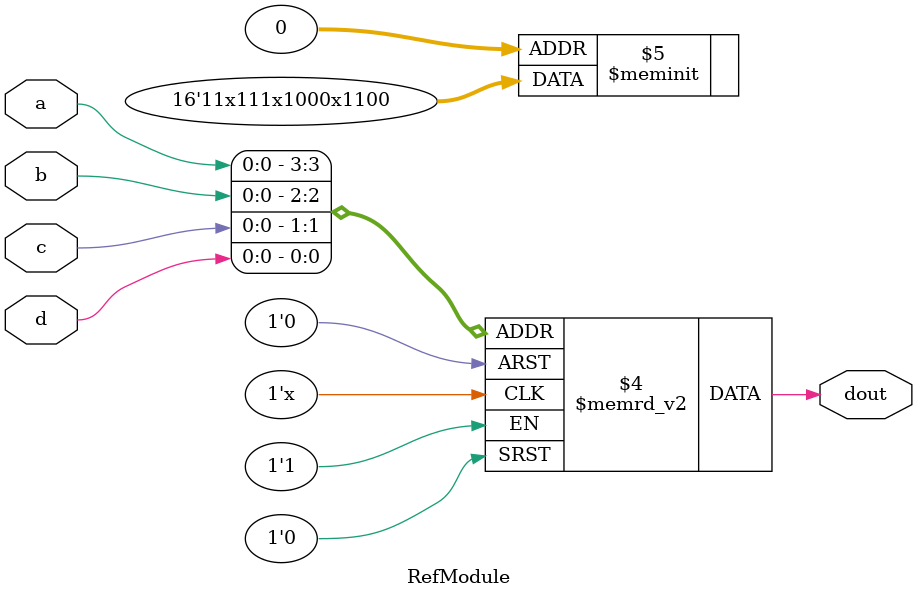
<source format=sv>

module RefModule (
  input a,
  input b,
  input c,
  input d,
  output reg dout
);

  always @(*) begin
    case({a,b,c,d})
      4'h0: dout = 0;
      4'h1: dout = 0;
      4'h3: dout = 1;
      4'h2: dout = 1;
      4'h4: dout = 1'bx;
      4'h5: dout = 0;
      4'h7: dout = 0;
      4'h6: dout = 0;
      4'hc: dout = 1;
      4'hd: dout = 1'bx;
      4'hf: dout = 1;
      4'he: dout = 1;
      4'h8: dout = 1;
      4'h9: dout = 1'bx;
      4'hb: dout = 1;
      4'ha: dout = 1;
    endcase
  end

endmodule


</source>
